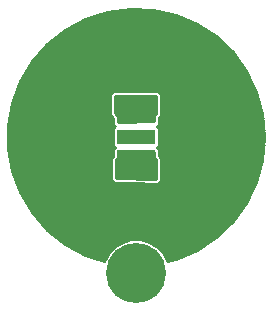
<source format=gbl>
G75*
%MOIN*%
%OFA0B0*%
%FSLAX25Y25*%
%IPPOS*%
%LPD*%
%AMOC8*
5,1,8,0,0,1.08239X$1,22.5*
%
%ADD10R,0.12992X0.01969*%
%ADD11R,0.12992X0.05118*%
%ADD12C,0.15000*%
%ADD13C,0.20000*%
%ADD14C,0.01000*%
%ADD15R,0.03762X0.03762*%
D10*
X0087062Y0053488D03*
X0087062Y0064512D03*
D11*
X0087062Y0059000D03*
D12*
X0087062Y0094433D03*
D13*
X0087062Y0013724D03*
D14*
X0052437Y0033843D02*
X0048501Y0040430D01*
X0045805Y0047614D01*
X0044435Y0055163D01*
X0044435Y0062837D01*
X0045805Y0070386D01*
X0048501Y0077570D01*
X0052437Y0084157D01*
X0057485Y0089936D01*
X0063484Y0094720D01*
X0070241Y0098356D01*
X0077539Y0100727D01*
X0085142Y0101757D01*
X0092808Y0101413D01*
X0100288Y0099705D01*
X0107344Y0096689D01*
X0113748Y0092462D01*
X0119294Y0087160D01*
X0123804Y0080952D01*
X0127133Y0074039D01*
X0129175Y0066642D01*
X0129862Y0059000D01*
X0129175Y0051358D01*
X0129175Y0051358D01*
X0127133Y0043961D01*
X0123804Y0037048D01*
X0119294Y0030840D01*
X0113748Y0025538D01*
X0107344Y0021310D01*
X0100288Y0018295D01*
X0097500Y0017658D01*
X0097406Y0018009D01*
X0095945Y0020540D01*
X0093878Y0022607D01*
X0091347Y0024068D01*
X0088524Y0024824D01*
X0085601Y0024824D01*
X0082778Y0024068D01*
X0080247Y0022607D01*
X0078180Y0020540D01*
X0076719Y0018009D01*
X0076603Y0017577D01*
X0070241Y0019644D01*
X0063484Y0023280D01*
X0057485Y0028064D01*
X0052437Y0033843D01*
X0052778Y0033452D02*
X0121192Y0033452D01*
X0120466Y0032454D02*
X0053650Y0032454D01*
X0054522Y0031455D02*
X0119741Y0031455D01*
X0119294Y0030840D02*
X0119294Y0030840D01*
X0118893Y0030457D02*
X0055395Y0030457D01*
X0056267Y0029458D02*
X0117849Y0029458D01*
X0116804Y0028460D02*
X0057140Y0028460D01*
X0058241Y0027461D02*
X0115760Y0027461D01*
X0114716Y0026463D02*
X0059493Y0026463D01*
X0060745Y0025464D02*
X0113637Y0025464D01*
X0112124Y0024466D02*
X0089862Y0024466D01*
X0092387Y0023467D02*
X0110611Y0023467D01*
X0109099Y0022469D02*
X0094016Y0022469D01*
X0095014Y0021470D02*
X0107586Y0021470D01*
X0105382Y0020472D02*
X0095984Y0020472D01*
X0096561Y0019473D02*
X0103046Y0019473D01*
X0100709Y0018475D02*
X0097137Y0018475D01*
X0084263Y0024466D02*
X0061998Y0024466D01*
X0063250Y0023467D02*
X0081738Y0023467D01*
X0080109Y0022469D02*
X0064992Y0022469D01*
X0066848Y0021470D02*
X0079111Y0021470D01*
X0078141Y0020472D02*
X0068703Y0020472D01*
X0070767Y0019473D02*
X0077564Y0019473D01*
X0076988Y0018475D02*
X0073840Y0018475D01*
X0052073Y0034451D02*
X0121917Y0034451D01*
X0122643Y0035449D02*
X0051477Y0035449D01*
X0050880Y0036448D02*
X0123368Y0036448D01*
X0123996Y0037446D02*
X0050284Y0037446D01*
X0049687Y0038445D02*
X0124477Y0038445D01*
X0124958Y0039443D02*
X0049090Y0039443D01*
X0048496Y0040442D02*
X0125439Y0040442D01*
X0125919Y0041440D02*
X0048122Y0041440D01*
X0047747Y0042439D02*
X0126400Y0042439D01*
X0126881Y0043437D02*
X0094700Y0043437D01*
X0094600Y0043337D02*
X0095056Y0043793D01*
X0095522Y0044238D01*
X0095522Y0044259D01*
X0095537Y0044275D01*
X0095537Y0044919D01*
X0095552Y0045563D01*
X0095537Y0045579D01*
X0095537Y0051850D01*
X0094659Y0052729D01*
X0094659Y0054928D01*
X0094130Y0055457D01*
X0094659Y0055985D01*
X0094659Y0062015D01*
X0094130Y0062543D01*
X0094659Y0063072D01*
X0094659Y0065271D01*
X0095537Y0066150D01*
X0095537Y0073413D01*
X0094600Y0074350D01*
X0079525Y0074350D01*
X0078588Y0073413D01*
X0078588Y0066150D01*
X0079466Y0065271D01*
X0079466Y0063072D01*
X0079995Y0062543D01*
X0079466Y0062015D01*
X0079466Y0055985D01*
X0079995Y0055457D01*
X0079466Y0054928D01*
X0079466Y0052522D01*
X0079257Y0052207D01*
X0078900Y0051850D01*
X0078900Y0051672D01*
X0078801Y0051524D01*
X0078900Y0051029D01*
X0078900Y0045268D01*
X0078885Y0044625D01*
X0078900Y0044609D01*
X0078900Y0044587D01*
X0079356Y0044132D01*
X0079800Y0043666D01*
X0079822Y0043665D01*
X0079837Y0043650D01*
X0080482Y0043650D01*
X0093259Y0043353D01*
X0093275Y0043337D01*
X0093919Y0043337D01*
X0094563Y0043323D01*
X0094579Y0043337D01*
X0094600Y0043337D01*
X0095537Y0044436D02*
X0127264Y0044436D01*
X0127540Y0045434D02*
X0095549Y0045434D01*
X0095537Y0046433D02*
X0127816Y0046433D01*
X0128091Y0047432D02*
X0095537Y0047432D01*
X0095537Y0048430D02*
X0128367Y0048430D01*
X0128642Y0049429D02*
X0095537Y0049429D01*
X0095537Y0050427D02*
X0128918Y0050427D01*
X0129181Y0051426D02*
X0095537Y0051426D01*
X0094964Y0052424D02*
X0129271Y0052424D01*
X0129361Y0053423D02*
X0094659Y0053423D01*
X0094659Y0054421D02*
X0129450Y0054421D01*
X0129540Y0055420D02*
X0094167Y0055420D01*
X0094659Y0056418D02*
X0129630Y0056418D01*
X0129720Y0057417D02*
X0094659Y0057417D01*
X0094659Y0058415D02*
X0129810Y0058415D01*
X0129825Y0059414D02*
X0094659Y0059414D01*
X0094659Y0060412D02*
X0129735Y0060412D01*
X0129646Y0061411D02*
X0094659Y0061411D01*
X0094264Y0062409D02*
X0129556Y0062409D01*
X0129466Y0063408D02*
X0094659Y0063408D01*
X0094659Y0064406D02*
X0129376Y0064406D01*
X0129286Y0065405D02*
X0094792Y0065405D01*
X0095537Y0066403D02*
X0129196Y0066403D01*
X0128965Y0067402D02*
X0095537Y0067402D01*
X0095537Y0068400D02*
X0128689Y0068400D01*
X0128414Y0069399D02*
X0095537Y0069399D01*
X0095537Y0070397D02*
X0128138Y0070397D01*
X0127863Y0071396D02*
X0095537Y0071396D01*
X0095537Y0072394D02*
X0127587Y0072394D01*
X0127312Y0073393D02*
X0095537Y0073393D01*
X0093937Y0072750D02*
X0093937Y0066813D01*
X0093000Y0065875D01*
X0093000Y0064312D01*
X0081125Y0064000D01*
X0081125Y0065875D01*
X0080188Y0066813D01*
X0080188Y0072750D01*
X0093937Y0072750D01*
X0093937Y0072394D02*
X0080188Y0072394D01*
X0080188Y0071396D02*
X0093937Y0071396D01*
X0093937Y0070397D02*
X0080188Y0070397D01*
X0080188Y0069399D02*
X0093937Y0069399D01*
X0093937Y0068400D02*
X0080188Y0068400D01*
X0080188Y0067402D02*
X0093937Y0067402D01*
X0093528Y0066403D02*
X0080597Y0066403D01*
X0081125Y0065405D02*
X0093000Y0065405D01*
X0093000Y0064406D02*
X0081125Y0064406D01*
X0079466Y0064406D02*
X0044720Y0064406D01*
X0044538Y0063408D02*
X0079466Y0063408D01*
X0079861Y0062409D02*
X0044435Y0062409D01*
X0044435Y0061411D02*
X0079466Y0061411D01*
X0079466Y0060412D02*
X0044435Y0060412D01*
X0044435Y0059414D02*
X0079466Y0059414D01*
X0079466Y0058415D02*
X0044435Y0058415D01*
X0044435Y0057417D02*
X0079466Y0057417D01*
X0079466Y0056418D02*
X0044435Y0056418D01*
X0044435Y0055420D02*
X0079958Y0055420D01*
X0079466Y0054421D02*
X0044570Y0054421D01*
X0044751Y0053423D02*
X0079466Y0053423D01*
X0079401Y0052424D02*
X0044932Y0052424D01*
X0045113Y0051426D02*
X0078821Y0051426D01*
X0078900Y0050427D02*
X0045294Y0050427D01*
X0045476Y0049429D02*
X0078900Y0049429D01*
X0078900Y0048430D02*
X0045657Y0048430D01*
X0045873Y0047432D02*
X0078900Y0047432D01*
X0078900Y0046433D02*
X0046248Y0046433D01*
X0046623Y0045434D02*
X0078900Y0045434D01*
X0079051Y0044436D02*
X0046997Y0044436D01*
X0047372Y0043437D02*
X0089620Y0043437D01*
X0093937Y0044937D02*
X0080500Y0045250D01*
X0080500Y0051187D01*
X0081125Y0052125D01*
X0081125Y0054000D01*
X0093000Y0054000D01*
X0093000Y0052125D01*
X0093937Y0051187D01*
X0093937Y0044937D01*
X0093937Y0045434D02*
X0080500Y0045434D01*
X0080500Y0046433D02*
X0093937Y0046433D01*
X0093937Y0047432D02*
X0080500Y0047432D01*
X0080500Y0048430D02*
X0093937Y0048430D01*
X0093937Y0049429D02*
X0080500Y0049429D01*
X0080500Y0050427D02*
X0093937Y0050427D01*
X0093699Y0051426D02*
X0080659Y0051426D01*
X0081125Y0052424D02*
X0093000Y0052424D01*
X0093000Y0053423D02*
X0081125Y0053423D01*
X0079333Y0065405D02*
X0044901Y0065405D01*
X0045082Y0066403D02*
X0078588Y0066403D01*
X0078588Y0067402D02*
X0045263Y0067402D01*
X0045444Y0068400D02*
X0078588Y0068400D01*
X0078588Y0069399D02*
X0045626Y0069399D01*
X0045809Y0070397D02*
X0078588Y0070397D01*
X0078588Y0071396D02*
X0046184Y0071396D01*
X0046558Y0072394D02*
X0078588Y0072394D01*
X0078588Y0073393D02*
X0046933Y0073393D01*
X0047308Y0074391D02*
X0126964Y0074391D01*
X0126483Y0075390D02*
X0047683Y0075390D01*
X0048057Y0076388D02*
X0126002Y0076388D01*
X0125521Y0077387D02*
X0048432Y0077387D01*
X0048988Y0078385D02*
X0125040Y0078385D01*
X0124559Y0079384D02*
X0049585Y0079384D01*
X0050181Y0080382D02*
X0124078Y0080382D01*
X0123493Y0081381D02*
X0050778Y0081381D01*
X0051374Y0082379D02*
X0122767Y0082379D01*
X0122042Y0083378D02*
X0051971Y0083378D01*
X0052628Y0084376D02*
X0121316Y0084376D01*
X0120591Y0085375D02*
X0053500Y0085375D01*
X0054373Y0086373D02*
X0119865Y0086373D01*
X0119072Y0087372D02*
X0055245Y0087372D01*
X0056118Y0088370D02*
X0118028Y0088370D01*
X0116983Y0089369D02*
X0056990Y0089369D01*
X0058027Y0090368D02*
X0115939Y0090368D01*
X0114895Y0091366D02*
X0059279Y0091366D01*
X0060531Y0092365D02*
X0113850Y0092365D01*
X0112383Y0093363D02*
X0061783Y0093363D01*
X0063035Y0094362D02*
X0110871Y0094362D01*
X0109358Y0095360D02*
X0064674Y0095360D01*
X0066530Y0096359D02*
X0107845Y0096359D01*
X0105782Y0097357D02*
X0068385Y0097357D01*
X0070241Y0098356D02*
X0103446Y0098356D01*
X0101110Y0099354D02*
X0073314Y0099354D01*
X0076387Y0100353D02*
X0097452Y0100353D01*
X0093077Y0101351D02*
X0082147Y0101351D01*
D15*
X0082688Y0070563D03*
X0090812Y0070563D03*
X0090812Y0047437D03*
X0083000Y0047437D03*
X0060500Y0032125D03*
M02*

</source>
